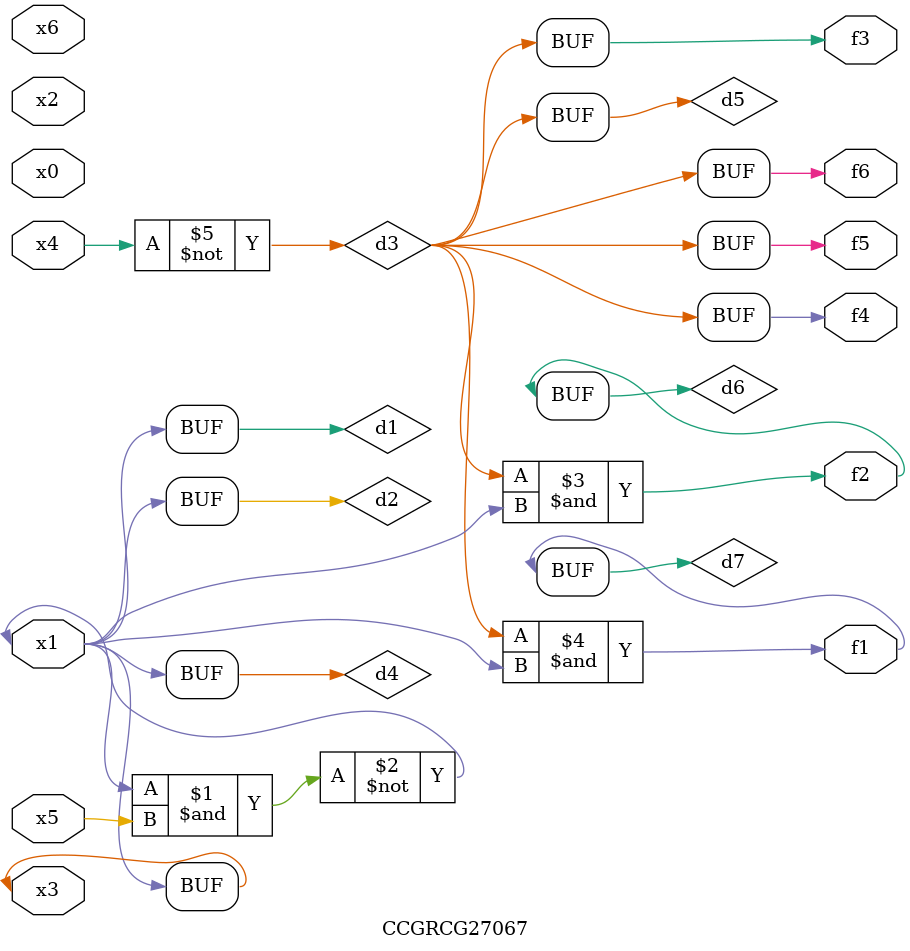
<source format=v>
module CCGRCG27067(
	input x0, x1, x2, x3, x4, x5, x6,
	output f1, f2, f3, f4, f5, f6
);

	wire d1, d2, d3, d4, d5, d6, d7;

	buf (d1, x1, x3);
	nand (d2, x1, x5);
	not (d3, x4);
	buf (d4, d1, d2);
	buf (d5, d3);
	and (d6, d3, d4);
	and (d7, d3, d4);
	assign f1 = d7;
	assign f2 = d6;
	assign f3 = d5;
	assign f4 = d5;
	assign f5 = d5;
	assign f6 = d5;
endmodule

</source>
